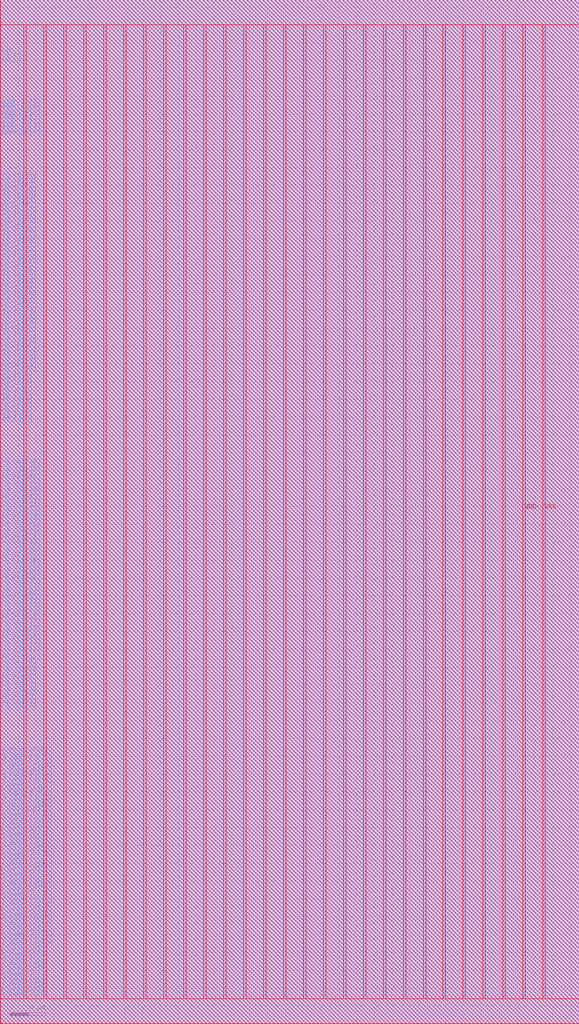
<source format=lef>
VERSION 5.7 ;
BUSBITCHARS "[]" ;
MACRO fakeram45_128x50
  FOREIGN fakeram45_128x50 0 0 ;
  SYMMETRY X Y R90 ;
  SIZE 64.980 BY 114.800 ;
  CLASS BLOCK ;
  PIN w_mask_in[0]
    DIRECTION INPUT ;
    USE SIGNAL ;
    SHAPE ABUTMENT ;
    PORT
      LAYER metal3 ;
      RECT 0.000 2.765 0.070 2.835 ;
    END
  END w_mask_in[0]
  PIN w_mask_in[1]
    DIRECTION INPUT ;
    USE SIGNAL ;
    SHAPE ABUTMENT ;
    PORT
      LAYER metal3 ;
      RECT 0.000 3.325 0.070 3.395 ;
    END
  END w_mask_in[1]
  PIN w_mask_in[2]
    DIRECTION INPUT ;
    USE SIGNAL ;
    SHAPE ABUTMENT ;
    PORT
      LAYER metal3 ;
      RECT 0.000 3.885 0.070 3.955 ;
    END
  END w_mask_in[2]
  PIN w_mask_in[3]
    DIRECTION INPUT ;
    USE SIGNAL ;
    SHAPE ABUTMENT ;
    PORT
      LAYER metal3 ;
      RECT 0.000 4.445 0.070 4.515 ;
    END
  END w_mask_in[3]
  PIN w_mask_in[4]
    DIRECTION INPUT ;
    USE SIGNAL ;
    SHAPE ABUTMENT ;
    PORT
      LAYER metal3 ;
      RECT 0.000 5.005 0.070 5.075 ;
    END
  END w_mask_in[4]
  PIN w_mask_in[5]
    DIRECTION INPUT ;
    USE SIGNAL ;
    SHAPE ABUTMENT ;
    PORT
      LAYER metal3 ;
      RECT 0.000 5.565 0.070 5.635 ;
    END
  END w_mask_in[5]
  PIN w_mask_in[6]
    DIRECTION INPUT ;
    USE SIGNAL ;
    SHAPE ABUTMENT ;
    PORT
      LAYER metal3 ;
      RECT 0.000 6.125 0.070 6.195 ;
    END
  END w_mask_in[6]
  PIN w_mask_in[7]
    DIRECTION INPUT ;
    USE SIGNAL ;
    SHAPE ABUTMENT ;
    PORT
      LAYER metal3 ;
      RECT 0.000 6.685 0.070 6.755 ;
    END
  END w_mask_in[7]
  PIN w_mask_in[8]
    DIRECTION INPUT ;
    USE SIGNAL ;
    SHAPE ABUTMENT ;
    PORT
      LAYER metal3 ;
      RECT 0.000 7.245 0.070 7.315 ;
    END
  END w_mask_in[8]
  PIN w_mask_in[9]
    DIRECTION INPUT ;
    USE SIGNAL ;
    SHAPE ABUTMENT ;
    PORT
      LAYER metal3 ;
      RECT 0.000 7.805 0.070 7.875 ;
    END
  END w_mask_in[9]
  PIN w_mask_in[10]
    DIRECTION INPUT ;
    USE SIGNAL ;
    SHAPE ABUTMENT ;
    PORT
      LAYER metal3 ;
      RECT 0.000 8.365 0.070 8.435 ;
    END
  END w_mask_in[10]
  PIN w_mask_in[11]
    DIRECTION INPUT ;
    USE SIGNAL ;
    SHAPE ABUTMENT ;
    PORT
      LAYER metal3 ;
      RECT 0.000 8.925 0.070 8.995 ;
    END
  END w_mask_in[11]
  PIN w_mask_in[12]
    DIRECTION INPUT ;
    USE SIGNAL ;
    SHAPE ABUTMENT ;
    PORT
      LAYER metal3 ;
      RECT 0.000 9.485 0.070 9.555 ;
    END
  END w_mask_in[12]
  PIN w_mask_in[13]
    DIRECTION INPUT ;
    USE SIGNAL ;
    SHAPE ABUTMENT ;
    PORT
      LAYER metal3 ;
      RECT 0.000 10.045 0.070 10.115 ;
    END
  END w_mask_in[13]
  PIN w_mask_in[14]
    DIRECTION INPUT ;
    USE SIGNAL ;
    SHAPE ABUTMENT ;
    PORT
      LAYER metal3 ;
      RECT 0.000 10.605 0.070 10.675 ;
    END
  END w_mask_in[14]
  PIN w_mask_in[15]
    DIRECTION INPUT ;
    USE SIGNAL ;
    SHAPE ABUTMENT ;
    PORT
      LAYER metal3 ;
      RECT 0.000 11.165 0.070 11.235 ;
    END
  END w_mask_in[15]
  PIN w_mask_in[16]
    DIRECTION INPUT ;
    USE SIGNAL ;
    SHAPE ABUTMENT ;
    PORT
      LAYER metal3 ;
      RECT 0.000 11.725 0.070 11.795 ;
    END
  END w_mask_in[16]
  PIN w_mask_in[17]
    DIRECTION INPUT ;
    USE SIGNAL ;
    SHAPE ABUTMENT ;
    PORT
      LAYER metal3 ;
      RECT 0.000 12.285 0.070 12.355 ;
    END
  END w_mask_in[17]
  PIN w_mask_in[18]
    DIRECTION INPUT ;
    USE SIGNAL ;
    SHAPE ABUTMENT ;
    PORT
      LAYER metal3 ;
      RECT 0.000 12.845 0.070 12.915 ;
    END
  END w_mask_in[18]
  PIN w_mask_in[19]
    DIRECTION INPUT ;
    USE SIGNAL ;
    SHAPE ABUTMENT ;
    PORT
      LAYER metal3 ;
      RECT 0.000 13.405 0.070 13.475 ;
    END
  END w_mask_in[19]
  PIN w_mask_in[20]
    DIRECTION INPUT ;
    USE SIGNAL ;
    SHAPE ABUTMENT ;
    PORT
      LAYER metal3 ;
      RECT 0.000 13.965 0.070 14.035 ;
    END
  END w_mask_in[20]
  PIN w_mask_in[21]
    DIRECTION INPUT ;
    USE SIGNAL ;
    SHAPE ABUTMENT ;
    PORT
      LAYER metal3 ;
      RECT 0.000 14.525 0.070 14.595 ;
    END
  END w_mask_in[21]
  PIN w_mask_in[22]
    DIRECTION INPUT ;
    USE SIGNAL ;
    SHAPE ABUTMENT ;
    PORT
      LAYER metal3 ;
      RECT 0.000 15.085 0.070 15.155 ;
    END
  END w_mask_in[22]
  PIN w_mask_in[23]
    DIRECTION INPUT ;
    USE SIGNAL ;
    SHAPE ABUTMENT ;
    PORT
      LAYER metal3 ;
      RECT 0.000 15.645 0.070 15.715 ;
    END
  END w_mask_in[23]
  PIN w_mask_in[24]
    DIRECTION INPUT ;
    USE SIGNAL ;
    SHAPE ABUTMENT ;
    PORT
      LAYER metal3 ;
      RECT 0.000 16.205 0.070 16.275 ;
    END
  END w_mask_in[24]
  PIN w_mask_in[25]
    DIRECTION INPUT ;
    USE SIGNAL ;
    SHAPE ABUTMENT ;
    PORT
      LAYER metal3 ;
      RECT 0.000 16.765 0.070 16.835 ;
    END
  END w_mask_in[25]
  PIN w_mask_in[26]
    DIRECTION INPUT ;
    USE SIGNAL ;
    SHAPE ABUTMENT ;
    PORT
      LAYER metal3 ;
      RECT 0.000 17.325 0.070 17.395 ;
    END
  END w_mask_in[26]
  PIN w_mask_in[27]
    DIRECTION INPUT ;
    USE SIGNAL ;
    SHAPE ABUTMENT ;
    PORT
      LAYER metal3 ;
      RECT 0.000 17.885 0.070 17.955 ;
    END
  END w_mask_in[27]
  PIN w_mask_in[28]
    DIRECTION INPUT ;
    USE SIGNAL ;
    SHAPE ABUTMENT ;
    PORT
      LAYER metal3 ;
      RECT 0.000 18.445 0.070 18.515 ;
    END
  END w_mask_in[28]
  PIN w_mask_in[29]
    DIRECTION INPUT ;
    USE SIGNAL ;
    SHAPE ABUTMENT ;
    PORT
      LAYER metal3 ;
      RECT 0.000 19.005 0.070 19.075 ;
    END
  END w_mask_in[29]
  PIN w_mask_in[30]
    DIRECTION INPUT ;
    USE SIGNAL ;
    SHAPE ABUTMENT ;
    PORT
      LAYER metal3 ;
      RECT 0.000 19.565 0.070 19.635 ;
    END
  END w_mask_in[30]
  PIN w_mask_in[31]
    DIRECTION INPUT ;
    USE SIGNAL ;
    SHAPE ABUTMENT ;
    PORT
      LAYER metal3 ;
      RECT 0.000 20.125 0.070 20.195 ;
    END
  END w_mask_in[31]
  PIN w_mask_in[32]
    DIRECTION INPUT ;
    USE SIGNAL ;
    SHAPE ABUTMENT ;
    PORT
      LAYER metal3 ;
      RECT 0.000 20.685 0.070 20.755 ;
    END
  END w_mask_in[32]
  PIN w_mask_in[33]
    DIRECTION INPUT ;
    USE SIGNAL ;
    SHAPE ABUTMENT ;
    PORT
      LAYER metal3 ;
      RECT 0.000 21.245 0.070 21.315 ;
    END
  END w_mask_in[33]
  PIN w_mask_in[34]
    DIRECTION INPUT ;
    USE SIGNAL ;
    SHAPE ABUTMENT ;
    PORT
      LAYER metal3 ;
      RECT 0.000 21.805 0.070 21.875 ;
    END
  END w_mask_in[34]
  PIN w_mask_in[35]
    DIRECTION INPUT ;
    USE SIGNAL ;
    SHAPE ABUTMENT ;
    PORT
      LAYER metal3 ;
      RECT 0.000 22.365 0.070 22.435 ;
    END
  END w_mask_in[35]
  PIN w_mask_in[36]
    DIRECTION INPUT ;
    USE SIGNAL ;
    SHAPE ABUTMENT ;
    PORT
      LAYER metal3 ;
      RECT 0.000 22.925 0.070 22.995 ;
    END
  END w_mask_in[36]
  PIN w_mask_in[37]
    DIRECTION INPUT ;
    USE SIGNAL ;
    SHAPE ABUTMENT ;
    PORT
      LAYER metal3 ;
      RECT 0.000 23.485 0.070 23.555 ;
    END
  END w_mask_in[37]
  PIN w_mask_in[38]
    DIRECTION INPUT ;
    USE SIGNAL ;
    SHAPE ABUTMENT ;
    PORT
      LAYER metal3 ;
      RECT 0.000 24.045 0.070 24.115 ;
    END
  END w_mask_in[38]
  PIN w_mask_in[39]
    DIRECTION INPUT ;
    USE SIGNAL ;
    SHAPE ABUTMENT ;
    PORT
      LAYER metal3 ;
      RECT 0.000 24.605 0.070 24.675 ;
    END
  END w_mask_in[39]
  PIN w_mask_in[40]
    DIRECTION INPUT ;
    USE SIGNAL ;
    SHAPE ABUTMENT ;
    PORT
      LAYER metal3 ;
      RECT 0.000 25.165 0.070 25.235 ;
    END
  END w_mask_in[40]
  PIN w_mask_in[41]
    DIRECTION INPUT ;
    USE SIGNAL ;
    SHAPE ABUTMENT ;
    PORT
      LAYER metal3 ;
      RECT 0.000 25.725 0.070 25.795 ;
    END
  END w_mask_in[41]
  PIN w_mask_in[42]
    DIRECTION INPUT ;
    USE SIGNAL ;
    SHAPE ABUTMENT ;
    PORT
      LAYER metal3 ;
      RECT 0.000 26.285 0.070 26.355 ;
    END
  END w_mask_in[42]
  PIN w_mask_in[43]
    DIRECTION INPUT ;
    USE SIGNAL ;
    SHAPE ABUTMENT ;
    PORT
      LAYER metal3 ;
      RECT 0.000 26.845 0.070 26.915 ;
    END
  END w_mask_in[43]
  PIN w_mask_in[44]
    DIRECTION INPUT ;
    USE SIGNAL ;
    SHAPE ABUTMENT ;
    PORT
      LAYER metal3 ;
      RECT 0.000 27.405 0.070 27.475 ;
    END
  END w_mask_in[44]
  PIN w_mask_in[45]
    DIRECTION INPUT ;
    USE SIGNAL ;
    SHAPE ABUTMENT ;
    PORT
      LAYER metal3 ;
      RECT 0.000 27.965 0.070 28.035 ;
    END
  END w_mask_in[45]
  PIN w_mask_in[46]
    DIRECTION INPUT ;
    USE SIGNAL ;
    SHAPE ABUTMENT ;
    PORT
      LAYER metal3 ;
      RECT 0.000 28.525 0.070 28.595 ;
    END
  END w_mask_in[46]
  PIN w_mask_in[47]
    DIRECTION INPUT ;
    USE SIGNAL ;
    SHAPE ABUTMENT ;
    PORT
      LAYER metal3 ;
      RECT 0.000 29.085 0.070 29.155 ;
    END
  END w_mask_in[47]
  PIN w_mask_in[48]
    DIRECTION INPUT ;
    USE SIGNAL ;
    SHAPE ABUTMENT ;
    PORT
      LAYER metal3 ;
      RECT 0.000 29.645 0.070 29.715 ;
    END
  END w_mask_in[48]
  PIN w_mask_in[49]
    DIRECTION INPUT ;
    USE SIGNAL ;
    SHAPE ABUTMENT ;
    PORT
      LAYER metal3 ;
      RECT 0.000 30.205 0.070 30.275 ;
    END
  END w_mask_in[49]
  PIN rd_out[0]
    DIRECTION OUTPUT ;
    USE SIGNAL ;
    SHAPE ABUTMENT ;
    PORT
      LAYER metal3 ;
      RECT 0.000 34.965 0.070 35.035 ;
    END
  END rd_out[0]
  PIN rd_out[1]
    DIRECTION OUTPUT ;
    USE SIGNAL ;
    SHAPE ABUTMENT ;
    PORT
      LAYER metal3 ;
      RECT 0.000 35.525 0.070 35.595 ;
    END
  END rd_out[1]
  PIN rd_out[2]
    DIRECTION OUTPUT ;
    USE SIGNAL ;
    SHAPE ABUTMENT ;
    PORT
      LAYER metal3 ;
      RECT 0.000 36.085 0.070 36.155 ;
    END
  END rd_out[2]
  PIN rd_out[3]
    DIRECTION OUTPUT ;
    USE SIGNAL ;
    SHAPE ABUTMENT ;
    PORT
      LAYER metal3 ;
      RECT 0.000 36.645 0.070 36.715 ;
    END
  END rd_out[3]
  PIN rd_out[4]
    DIRECTION OUTPUT ;
    USE SIGNAL ;
    SHAPE ABUTMENT ;
    PORT
      LAYER metal3 ;
      RECT 0.000 37.205 0.070 37.275 ;
    END
  END rd_out[4]
  PIN rd_out[5]
    DIRECTION OUTPUT ;
    USE SIGNAL ;
    SHAPE ABUTMENT ;
    PORT
      LAYER metal3 ;
      RECT 0.000 37.765 0.070 37.835 ;
    END
  END rd_out[5]
  PIN rd_out[6]
    DIRECTION OUTPUT ;
    USE SIGNAL ;
    SHAPE ABUTMENT ;
    PORT
      LAYER metal3 ;
      RECT 0.000 38.325 0.070 38.395 ;
    END
  END rd_out[6]
  PIN rd_out[7]
    DIRECTION OUTPUT ;
    USE SIGNAL ;
    SHAPE ABUTMENT ;
    PORT
      LAYER metal3 ;
      RECT 0.000 38.885 0.070 38.955 ;
    END
  END rd_out[7]
  PIN rd_out[8]
    DIRECTION OUTPUT ;
    USE SIGNAL ;
    SHAPE ABUTMENT ;
    PORT
      LAYER metal3 ;
      RECT 0.000 39.445 0.070 39.515 ;
    END
  END rd_out[8]
  PIN rd_out[9]
    DIRECTION OUTPUT ;
    USE SIGNAL ;
    SHAPE ABUTMENT ;
    PORT
      LAYER metal3 ;
      RECT 0.000 40.005 0.070 40.075 ;
    END
  END rd_out[9]
  PIN rd_out[10]
    DIRECTION OUTPUT ;
    USE SIGNAL ;
    SHAPE ABUTMENT ;
    PORT
      LAYER metal3 ;
      RECT 0.000 40.565 0.070 40.635 ;
    END
  END rd_out[10]
  PIN rd_out[11]
    DIRECTION OUTPUT ;
    USE SIGNAL ;
    SHAPE ABUTMENT ;
    PORT
      LAYER metal3 ;
      RECT 0.000 41.125 0.070 41.195 ;
    END
  END rd_out[11]
  PIN rd_out[12]
    DIRECTION OUTPUT ;
    USE SIGNAL ;
    SHAPE ABUTMENT ;
    PORT
      LAYER metal3 ;
      RECT 0.000 41.685 0.070 41.755 ;
    END
  END rd_out[12]
  PIN rd_out[13]
    DIRECTION OUTPUT ;
    USE SIGNAL ;
    SHAPE ABUTMENT ;
    PORT
      LAYER metal3 ;
      RECT 0.000 42.245 0.070 42.315 ;
    END
  END rd_out[13]
  PIN rd_out[14]
    DIRECTION OUTPUT ;
    USE SIGNAL ;
    SHAPE ABUTMENT ;
    PORT
      LAYER metal3 ;
      RECT 0.000 42.805 0.070 42.875 ;
    END
  END rd_out[14]
  PIN rd_out[15]
    DIRECTION OUTPUT ;
    USE SIGNAL ;
    SHAPE ABUTMENT ;
    PORT
      LAYER metal3 ;
      RECT 0.000 43.365 0.070 43.435 ;
    END
  END rd_out[15]
  PIN rd_out[16]
    DIRECTION OUTPUT ;
    USE SIGNAL ;
    SHAPE ABUTMENT ;
    PORT
      LAYER metal3 ;
      RECT 0.000 43.925 0.070 43.995 ;
    END
  END rd_out[16]
  PIN rd_out[17]
    DIRECTION OUTPUT ;
    USE SIGNAL ;
    SHAPE ABUTMENT ;
    PORT
      LAYER metal3 ;
      RECT 0.000 44.485 0.070 44.555 ;
    END
  END rd_out[17]
  PIN rd_out[18]
    DIRECTION OUTPUT ;
    USE SIGNAL ;
    SHAPE ABUTMENT ;
    PORT
      LAYER metal3 ;
      RECT 0.000 45.045 0.070 45.115 ;
    END
  END rd_out[18]
  PIN rd_out[19]
    DIRECTION OUTPUT ;
    USE SIGNAL ;
    SHAPE ABUTMENT ;
    PORT
      LAYER metal3 ;
      RECT 0.000 45.605 0.070 45.675 ;
    END
  END rd_out[19]
  PIN rd_out[20]
    DIRECTION OUTPUT ;
    USE SIGNAL ;
    SHAPE ABUTMENT ;
    PORT
      LAYER metal3 ;
      RECT 0.000 46.165 0.070 46.235 ;
    END
  END rd_out[20]
  PIN rd_out[21]
    DIRECTION OUTPUT ;
    USE SIGNAL ;
    SHAPE ABUTMENT ;
    PORT
      LAYER metal3 ;
      RECT 0.000 46.725 0.070 46.795 ;
    END
  END rd_out[21]
  PIN rd_out[22]
    DIRECTION OUTPUT ;
    USE SIGNAL ;
    SHAPE ABUTMENT ;
    PORT
      LAYER metal3 ;
      RECT 0.000 47.285 0.070 47.355 ;
    END
  END rd_out[22]
  PIN rd_out[23]
    DIRECTION OUTPUT ;
    USE SIGNAL ;
    SHAPE ABUTMENT ;
    PORT
      LAYER metal3 ;
      RECT 0.000 47.845 0.070 47.915 ;
    END
  END rd_out[23]
  PIN rd_out[24]
    DIRECTION OUTPUT ;
    USE SIGNAL ;
    SHAPE ABUTMENT ;
    PORT
      LAYER metal3 ;
      RECT 0.000 48.405 0.070 48.475 ;
    END
  END rd_out[24]
  PIN rd_out[25]
    DIRECTION OUTPUT ;
    USE SIGNAL ;
    SHAPE ABUTMENT ;
    PORT
      LAYER metal3 ;
      RECT 0.000 48.965 0.070 49.035 ;
    END
  END rd_out[25]
  PIN rd_out[26]
    DIRECTION OUTPUT ;
    USE SIGNAL ;
    SHAPE ABUTMENT ;
    PORT
      LAYER metal3 ;
      RECT 0.000 49.525 0.070 49.595 ;
    END
  END rd_out[26]
  PIN rd_out[27]
    DIRECTION OUTPUT ;
    USE SIGNAL ;
    SHAPE ABUTMENT ;
    PORT
      LAYER metal3 ;
      RECT 0.000 50.085 0.070 50.155 ;
    END
  END rd_out[27]
  PIN rd_out[28]
    DIRECTION OUTPUT ;
    USE SIGNAL ;
    SHAPE ABUTMENT ;
    PORT
      LAYER metal3 ;
      RECT 0.000 50.645 0.070 50.715 ;
    END
  END rd_out[28]
  PIN rd_out[29]
    DIRECTION OUTPUT ;
    USE SIGNAL ;
    SHAPE ABUTMENT ;
    PORT
      LAYER metal3 ;
      RECT 0.000 51.205 0.070 51.275 ;
    END
  END rd_out[29]
  PIN rd_out[30]
    DIRECTION OUTPUT ;
    USE SIGNAL ;
    SHAPE ABUTMENT ;
    PORT
      LAYER metal3 ;
      RECT 0.000 51.765 0.070 51.835 ;
    END
  END rd_out[30]
  PIN rd_out[31]
    DIRECTION OUTPUT ;
    USE SIGNAL ;
    SHAPE ABUTMENT ;
    PORT
      LAYER metal3 ;
      RECT 0.000 52.325 0.070 52.395 ;
    END
  END rd_out[31]
  PIN rd_out[32]
    DIRECTION OUTPUT ;
    USE SIGNAL ;
    SHAPE ABUTMENT ;
    PORT
      LAYER metal3 ;
      RECT 0.000 52.885 0.070 52.955 ;
    END
  END rd_out[32]
  PIN rd_out[33]
    DIRECTION OUTPUT ;
    USE SIGNAL ;
    SHAPE ABUTMENT ;
    PORT
      LAYER metal3 ;
      RECT 0.000 53.445 0.070 53.515 ;
    END
  END rd_out[33]
  PIN rd_out[34]
    DIRECTION OUTPUT ;
    USE SIGNAL ;
    SHAPE ABUTMENT ;
    PORT
      LAYER metal3 ;
      RECT 0.000 54.005 0.070 54.075 ;
    END
  END rd_out[34]
  PIN rd_out[35]
    DIRECTION OUTPUT ;
    USE SIGNAL ;
    SHAPE ABUTMENT ;
    PORT
      LAYER metal3 ;
      RECT 0.000 54.565 0.070 54.635 ;
    END
  END rd_out[35]
  PIN rd_out[36]
    DIRECTION OUTPUT ;
    USE SIGNAL ;
    SHAPE ABUTMENT ;
    PORT
      LAYER metal3 ;
      RECT 0.000 55.125 0.070 55.195 ;
    END
  END rd_out[36]
  PIN rd_out[37]
    DIRECTION OUTPUT ;
    USE SIGNAL ;
    SHAPE ABUTMENT ;
    PORT
      LAYER metal3 ;
      RECT 0.000 55.685 0.070 55.755 ;
    END
  END rd_out[37]
  PIN rd_out[38]
    DIRECTION OUTPUT ;
    USE SIGNAL ;
    SHAPE ABUTMENT ;
    PORT
      LAYER metal3 ;
      RECT 0.000 56.245 0.070 56.315 ;
    END
  END rd_out[38]
  PIN rd_out[39]
    DIRECTION OUTPUT ;
    USE SIGNAL ;
    SHAPE ABUTMENT ;
    PORT
      LAYER metal3 ;
      RECT 0.000 56.805 0.070 56.875 ;
    END
  END rd_out[39]
  PIN rd_out[40]
    DIRECTION OUTPUT ;
    USE SIGNAL ;
    SHAPE ABUTMENT ;
    PORT
      LAYER metal3 ;
      RECT 0.000 57.365 0.070 57.435 ;
    END
  END rd_out[40]
  PIN rd_out[41]
    DIRECTION OUTPUT ;
    USE SIGNAL ;
    SHAPE ABUTMENT ;
    PORT
      LAYER metal3 ;
      RECT 0.000 57.925 0.070 57.995 ;
    END
  END rd_out[41]
  PIN rd_out[42]
    DIRECTION OUTPUT ;
    USE SIGNAL ;
    SHAPE ABUTMENT ;
    PORT
      LAYER metal3 ;
      RECT 0.000 58.485 0.070 58.555 ;
    END
  END rd_out[42]
  PIN rd_out[43]
    DIRECTION OUTPUT ;
    USE SIGNAL ;
    SHAPE ABUTMENT ;
    PORT
      LAYER metal3 ;
      RECT 0.000 59.045 0.070 59.115 ;
    END
  END rd_out[43]
  PIN rd_out[44]
    DIRECTION OUTPUT ;
    USE SIGNAL ;
    SHAPE ABUTMENT ;
    PORT
      LAYER metal3 ;
      RECT 0.000 59.605 0.070 59.675 ;
    END
  END rd_out[44]
  PIN rd_out[45]
    DIRECTION OUTPUT ;
    USE SIGNAL ;
    SHAPE ABUTMENT ;
    PORT
      LAYER metal3 ;
      RECT 0.000 60.165 0.070 60.235 ;
    END
  END rd_out[45]
  PIN rd_out[46]
    DIRECTION OUTPUT ;
    USE SIGNAL ;
    SHAPE ABUTMENT ;
    PORT
      LAYER metal3 ;
      RECT 0.000 60.725 0.070 60.795 ;
    END
  END rd_out[46]
  PIN rd_out[47]
    DIRECTION OUTPUT ;
    USE SIGNAL ;
    SHAPE ABUTMENT ;
    PORT
      LAYER metal3 ;
      RECT 0.000 61.285 0.070 61.355 ;
    END
  END rd_out[47]
  PIN rd_out[48]
    DIRECTION OUTPUT ;
    USE SIGNAL ;
    SHAPE ABUTMENT ;
    PORT
      LAYER metal3 ;
      RECT 0.000 61.845 0.070 61.915 ;
    END
  END rd_out[48]
  PIN rd_out[49]
    DIRECTION OUTPUT ;
    USE SIGNAL ;
    SHAPE ABUTMENT ;
    PORT
      LAYER metal3 ;
      RECT 0.000 62.405 0.070 62.475 ;
    END
  END rd_out[49]
  PIN wd_in[0]
    DIRECTION INPUT ;
    USE SIGNAL ;
    SHAPE ABUTMENT ;
    PORT
      LAYER metal3 ;
      RECT 0.000 67.165 0.070 67.235 ;
    END
  END wd_in[0]
  PIN wd_in[1]
    DIRECTION INPUT ;
    USE SIGNAL ;
    SHAPE ABUTMENT ;
    PORT
      LAYER metal3 ;
      RECT 0.000 67.725 0.070 67.795 ;
    END
  END wd_in[1]
  PIN wd_in[2]
    DIRECTION INPUT ;
    USE SIGNAL ;
    SHAPE ABUTMENT ;
    PORT
      LAYER metal3 ;
      RECT 0.000 68.285 0.070 68.355 ;
    END
  END wd_in[2]
  PIN wd_in[3]
    DIRECTION INPUT ;
    USE SIGNAL ;
    SHAPE ABUTMENT ;
    PORT
      LAYER metal3 ;
      RECT 0.000 68.845 0.070 68.915 ;
    END
  END wd_in[3]
  PIN wd_in[4]
    DIRECTION INPUT ;
    USE SIGNAL ;
    SHAPE ABUTMENT ;
    PORT
      LAYER metal3 ;
      RECT 0.000 69.405 0.070 69.475 ;
    END
  END wd_in[4]
  PIN wd_in[5]
    DIRECTION INPUT ;
    USE SIGNAL ;
    SHAPE ABUTMENT ;
    PORT
      LAYER metal3 ;
      RECT 0.000 69.965 0.070 70.035 ;
    END
  END wd_in[5]
  PIN wd_in[6]
    DIRECTION INPUT ;
    USE SIGNAL ;
    SHAPE ABUTMENT ;
    PORT
      LAYER metal3 ;
      RECT 0.000 70.525 0.070 70.595 ;
    END
  END wd_in[6]
  PIN wd_in[7]
    DIRECTION INPUT ;
    USE SIGNAL ;
    SHAPE ABUTMENT ;
    PORT
      LAYER metal3 ;
      RECT 0.000 71.085 0.070 71.155 ;
    END
  END wd_in[7]
  PIN wd_in[8]
    DIRECTION INPUT ;
    USE SIGNAL ;
    SHAPE ABUTMENT ;
    PORT
      LAYER metal3 ;
      RECT 0.000 71.645 0.070 71.715 ;
    END
  END wd_in[8]
  PIN wd_in[9]
    DIRECTION INPUT ;
    USE SIGNAL ;
    SHAPE ABUTMENT ;
    PORT
      LAYER metal3 ;
      RECT 0.000 72.205 0.070 72.275 ;
    END
  END wd_in[9]
  PIN wd_in[10]
    DIRECTION INPUT ;
    USE SIGNAL ;
    SHAPE ABUTMENT ;
    PORT
      LAYER metal3 ;
      RECT 0.000 72.765 0.070 72.835 ;
    END
  END wd_in[10]
  PIN wd_in[11]
    DIRECTION INPUT ;
    USE SIGNAL ;
    SHAPE ABUTMENT ;
    PORT
      LAYER metal3 ;
      RECT 0.000 73.325 0.070 73.395 ;
    END
  END wd_in[11]
  PIN wd_in[12]
    DIRECTION INPUT ;
    USE SIGNAL ;
    SHAPE ABUTMENT ;
    PORT
      LAYER metal3 ;
      RECT 0.000 73.885 0.070 73.955 ;
    END
  END wd_in[12]
  PIN wd_in[13]
    DIRECTION INPUT ;
    USE SIGNAL ;
    SHAPE ABUTMENT ;
    PORT
      LAYER metal3 ;
      RECT 0.000 74.445 0.070 74.515 ;
    END
  END wd_in[13]
  PIN wd_in[14]
    DIRECTION INPUT ;
    USE SIGNAL ;
    SHAPE ABUTMENT ;
    PORT
      LAYER metal3 ;
      RECT 0.000 75.005 0.070 75.075 ;
    END
  END wd_in[14]
  PIN wd_in[15]
    DIRECTION INPUT ;
    USE SIGNAL ;
    SHAPE ABUTMENT ;
    PORT
      LAYER metal3 ;
      RECT 0.000 75.565 0.070 75.635 ;
    END
  END wd_in[15]
  PIN wd_in[16]
    DIRECTION INPUT ;
    USE SIGNAL ;
    SHAPE ABUTMENT ;
    PORT
      LAYER metal3 ;
      RECT 0.000 76.125 0.070 76.195 ;
    END
  END wd_in[16]
  PIN wd_in[17]
    DIRECTION INPUT ;
    USE SIGNAL ;
    SHAPE ABUTMENT ;
    PORT
      LAYER metal3 ;
      RECT 0.000 76.685 0.070 76.755 ;
    END
  END wd_in[17]
  PIN wd_in[18]
    DIRECTION INPUT ;
    USE SIGNAL ;
    SHAPE ABUTMENT ;
    PORT
      LAYER metal3 ;
      RECT 0.000 77.245 0.070 77.315 ;
    END
  END wd_in[18]
  PIN wd_in[19]
    DIRECTION INPUT ;
    USE SIGNAL ;
    SHAPE ABUTMENT ;
    PORT
      LAYER metal3 ;
      RECT 0.000 77.805 0.070 77.875 ;
    END
  END wd_in[19]
  PIN wd_in[20]
    DIRECTION INPUT ;
    USE SIGNAL ;
    SHAPE ABUTMENT ;
    PORT
      LAYER metal3 ;
      RECT 0.000 78.365 0.070 78.435 ;
    END
  END wd_in[20]
  PIN wd_in[21]
    DIRECTION INPUT ;
    USE SIGNAL ;
    SHAPE ABUTMENT ;
    PORT
      LAYER metal3 ;
      RECT 0.000 78.925 0.070 78.995 ;
    END
  END wd_in[21]
  PIN wd_in[22]
    DIRECTION INPUT ;
    USE SIGNAL ;
    SHAPE ABUTMENT ;
    PORT
      LAYER metal3 ;
      RECT 0.000 79.485 0.070 79.555 ;
    END
  END wd_in[22]
  PIN wd_in[23]
    DIRECTION INPUT ;
    USE SIGNAL ;
    SHAPE ABUTMENT ;
    PORT
      LAYER metal3 ;
      RECT 0.000 80.045 0.070 80.115 ;
    END
  END wd_in[23]
  PIN wd_in[24]
    DIRECTION INPUT ;
    USE SIGNAL ;
    SHAPE ABUTMENT ;
    PORT
      LAYER metal3 ;
      RECT 0.000 80.605 0.070 80.675 ;
    END
  END wd_in[24]
  PIN wd_in[25]
    DIRECTION INPUT ;
    USE SIGNAL ;
    SHAPE ABUTMENT ;
    PORT
      LAYER metal3 ;
      RECT 0.000 81.165 0.070 81.235 ;
    END
  END wd_in[25]
  PIN wd_in[26]
    DIRECTION INPUT ;
    USE SIGNAL ;
    SHAPE ABUTMENT ;
    PORT
      LAYER metal3 ;
      RECT 0.000 81.725 0.070 81.795 ;
    END
  END wd_in[26]
  PIN wd_in[27]
    DIRECTION INPUT ;
    USE SIGNAL ;
    SHAPE ABUTMENT ;
    PORT
      LAYER metal3 ;
      RECT 0.000 82.285 0.070 82.355 ;
    END
  END wd_in[27]
  PIN wd_in[28]
    DIRECTION INPUT ;
    USE SIGNAL ;
    SHAPE ABUTMENT ;
    PORT
      LAYER metal3 ;
      RECT 0.000 82.845 0.070 82.915 ;
    END
  END wd_in[28]
  PIN wd_in[29]
    DIRECTION INPUT ;
    USE SIGNAL ;
    SHAPE ABUTMENT ;
    PORT
      LAYER metal3 ;
      RECT 0.000 83.405 0.070 83.475 ;
    END
  END wd_in[29]
  PIN wd_in[30]
    DIRECTION INPUT ;
    USE SIGNAL ;
    SHAPE ABUTMENT ;
    PORT
      LAYER metal3 ;
      RECT 0.000 83.965 0.070 84.035 ;
    END
  END wd_in[30]
  PIN wd_in[31]
    DIRECTION INPUT ;
    USE SIGNAL ;
    SHAPE ABUTMENT ;
    PORT
      LAYER metal3 ;
      RECT 0.000 84.525 0.070 84.595 ;
    END
  END wd_in[31]
  PIN wd_in[32]
    DIRECTION INPUT ;
    USE SIGNAL ;
    SHAPE ABUTMENT ;
    PORT
      LAYER metal3 ;
      RECT 0.000 85.085 0.070 85.155 ;
    END
  END wd_in[32]
  PIN wd_in[33]
    DIRECTION INPUT ;
    USE SIGNAL ;
    SHAPE ABUTMENT ;
    PORT
      LAYER metal3 ;
      RECT 0.000 85.645 0.070 85.715 ;
    END
  END wd_in[33]
  PIN wd_in[34]
    DIRECTION INPUT ;
    USE SIGNAL ;
    SHAPE ABUTMENT ;
    PORT
      LAYER metal3 ;
      RECT 0.000 86.205 0.070 86.275 ;
    END
  END wd_in[34]
  PIN wd_in[35]
    DIRECTION INPUT ;
    USE SIGNAL ;
    SHAPE ABUTMENT ;
    PORT
      LAYER metal3 ;
      RECT 0.000 86.765 0.070 86.835 ;
    END
  END wd_in[35]
  PIN wd_in[36]
    DIRECTION INPUT ;
    USE SIGNAL ;
    SHAPE ABUTMENT ;
    PORT
      LAYER metal3 ;
      RECT 0.000 87.325 0.070 87.395 ;
    END
  END wd_in[36]
  PIN wd_in[37]
    DIRECTION INPUT ;
    USE SIGNAL ;
    SHAPE ABUTMENT ;
    PORT
      LAYER metal3 ;
      RECT 0.000 87.885 0.070 87.955 ;
    END
  END wd_in[37]
  PIN wd_in[38]
    DIRECTION INPUT ;
    USE SIGNAL ;
    SHAPE ABUTMENT ;
    PORT
      LAYER metal3 ;
      RECT 0.000 88.445 0.070 88.515 ;
    END
  END wd_in[38]
  PIN wd_in[39]
    DIRECTION INPUT ;
    USE SIGNAL ;
    SHAPE ABUTMENT ;
    PORT
      LAYER metal3 ;
      RECT 0.000 89.005 0.070 89.075 ;
    END
  END wd_in[39]
  PIN wd_in[40]
    DIRECTION INPUT ;
    USE SIGNAL ;
    SHAPE ABUTMENT ;
    PORT
      LAYER metal3 ;
      RECT 0.000 89.565 0.070 89.635 ;
    END
  END wd_in[40]
  PIN wd_in[41]
    DIRECTION INPUT ;
    USE SIGNAL ;
    SHAPE ABUTMENT ;
    PORT
      LAYER metal3 ;
      RECT 0.000 90.125 0.070 90.195 ;
    END
  END wd_in[41]
  PIN wd_in[42]
    DIRECTION INPUT ;
    USE SIGNAL ;
    SHAPE ABUTMENT ;
    PORT
      LAYER metal3 ;
      RECT 0.000 90.685 0.070 90.755 ;
    END
  END wd_in[42]
  PIN wd_in[43]
    DIRECTION INPUT ;
    USE SIGNAL ;
    SHAPE ABUTMENT ;
    PORT
      LAYER metal3 ;
      RECT 0.000 91.245 0.070 91.315 ;
    END
  END wd_in[43]
  PIN wd_in[44]
    DIRECTION INPUT ;
    USE SIGNAL ;
    SHAPE ABUTMENT ;
    PORT
      LAYER metal3 ;
      RECT 0.000 91.805 0.070 91.875 ;
    END
  END wd_in[44]
  PIN wd_in[45]
    DIRECTION INPUT ;
    USE SIGNAL ;
    SHAPE ABUTMENT ;
    PORT
      LAYER metal3 ;
      RECT 0.000 92.365 0.070 92.435 ;
    END
  END wd_in[45]
  PIN wd_in[46]
    DIRECTION INPUT ;
    USE SIGNAL ;
    SHAPE ABUTMENT ;
    PORT
      LAYER metal3 ;
      RECT 0.000 92.925 0.070 92.995 ;
    END
  END wd_in[46]
  PIN wd_in[47]
    DIRECTION INPUT ;
    USE SIGNAL ;
    SHAPE ABUTMENT ;
    PORT
      LAYER metal3 ;
      RECT 0.000 93.485 0.070 93.555 ;
    END
  END wd_in[47]
  PIN wd_in[48]
    DIRECTION INPUT ;
    USE SIGNAL ;
    SHAPE ABUTMENT ;
    PORT
      LAYER metal3 ;
      RECT 0.000 94.045 0.070 94.115 ;
    END
  END wd_in[48]
  PIN wd_in[49]
    DIRECTION INPUT ;
    USE SIGNAL ;
    SHAPE ABUTMENT ;
    PORT
      LAYER metal3 ;
      RECT 0.000 94.605 0.070 94.675 ;
    END
  END wd_in[49]
  PIN addr_in[0]
    DIRECTION INPUT ;
    USE SIGNAL ;
    SHAPE ABUTMENT ;
    PORT
      LAYER metal3 ;
      RECT 0.000 99.365 0.070 99.435 ;
    END
  END addr_in[0]
  PIN addr_in[1]
    DIRECTION INPUT ;
    USE SIGNAL ;
    SHAPE ABUTMENT ;
    PORT
      LAYER metal3 ;
      RECT 0.000 99.925 0.070 99.995 ;
    END
  END addr_in[1]
  PIN addr_in[2]
    DIRECTION INPUT ;
    USE SIGNAL ;
    SHAPE ABUTMENT ;
    PORT
      LAYER metal3 ;
      RECT 0.000 100.485 0.070 100.555 ;
    END
  END addr_in[2]
  PIN addr_in[3]
    DIRECTION INPUT ;
    USE SIGNAL ;
    SHAPE ABUTMENT ;
    PORT
      LAYER metal3 ;
      RECT 0.000 101.045 0.070 101.115 ;
    END
  END addr_in[3]
  PIN addr_in[4]
    DIRECTION INPUT ;
    USE SIGNAL ;
    SHAPE ABUTMENT ;
    PORT
      LAYER metal3 ;
      RECT 0.000 101.605 0.070 101.675 ;
    END
  END addr_in[4]
  PIN addr_in[5]
    DIRECTION INPUT ;
    USE SIGNAL ;
    SHAPE ABUTMENT ;
    PORT
      LAYER metal3 ;
      RECT 0.000 102.165 0.070 102.235 ;
    END
  END addr_in[5]
  PIN addr_in[6]
    DIRECTION INPUT ;
    USE SIGNAL ;
    SHAPE ABUTMENT ;
    PORT
      LAYER metal3 ;
      RECT 0.000 102.725 0.070 102.795 ;
    END
  END addr_in[6]
  PIN we_in
    DIRECTION INPUT ;
    USE SIGNAL ;
    SHAPE ABUTMENT ;
    PORT
      LAYER metal3 ;
      RECT 0.000 107.485 0.070 107.555 ;
    END
  END we_in
  PIN ce_in
    DIRECTION INPUT ;
    USE SIGNAL ;
    SHAPE ABUTMENT ;
    PORT
      LAYER metal3 ;
      RECT 0.000 108.045 0.070 108.115 ;
    END
  END ce_in
  PIN clk
    DIRECTION INPUT ;
    USE SIGNAL ;
    SHAPE ABUTMENT ;
    PORT
      LAYER metal3 ;
      RECT 0.000 108.605 0.070 108.675 ;
    END
  END clk
  PIN VSS
    DIRECTION INOUT ;
    USE GROUND ;
    PORT
      LAYER metal4 ;
      RECT 2.660 2.800 2.940 112.000 ;
      RECT 7.140 2.800 7.420 112.000 ;
      RECT 11.620 2.800 11.900 112.000 ;
      RECT 16.100 2.800 16.380 112.000 ;
      RECT 20.580 2.800 20.860 112.000 ;
      RECT 25.060 2.800 25.340 112.000 ;
      RECT 29.540 2.800 29.820 112.000 ;
      RECT 34.020 2.800 34.300 112.000 ;
      RECT 38.500 2.800 38.780 112.000 ;
      RECT 42.980 2.800 43.260 112.000 ;
      RECT 47.460 2.800 47.740 112.000 ;
      RECT 51.940 2.800 52.220 112.000 ;
      RECT 56.420 2.800 56.700 112.000 ;
      RECT 60.900 2.800 61.180 112.000 ;
    END
  END VSS
  PIN VDD
    DIRECTION INOUT ;
    USE POWER ;
    PORT
      LAYER metal4 ;
      RECT 4.900 2.800 5.180 112.000 ;
      RECT 9.380 2.800 9.660 112.000 ;
      RECT 13.860 2.800 14.140 112.000 ;
      RECT 18.340 2.800 18.620 112.000 ;
      RECT 22.820 2.800 23.100 112.000 ;
      RECT 27.300 2.800 27.580 112.000 ;
      RECT 31.780 2.800 32.060 112.000 ;
      RECT 36.260 2.800 36.540 112.000 ;
      RECT 40.740 2.800 41.020 112.000 ;
      RECT 45.220 2.800 45.500 112.000 ;
      RECT 49.700 2.800 49.980 112.000 ;
      RECT 54.180 2.800 54.460 112.000 ;
      RECT 58.660 2.800 58.940 112.000 ;
    END
  END VDD
  OBS
    LAYER metal1 ;
    RECT 0 0 64.980 114.800 ;
    LAYER metal2 ;
    RECT 0 0 64.980 114.800 ;
    LAYER metal3 ;
    RECT 0.070 0 64.980 114.800 ;
    RECT 0 0.000 0.070 2.765 ;
    RECT 0 2.835 0.070 3.325 ;
    RECT 0 3.395 0.070 3.885 ;
    RECT 0 3.955 0.070 4.445 ;
    RECT 0 4.515 0.070 5.005 ;
    RECT 0 5.075 0.070 5.565 ;
    RECT 0 5.635 0.070 6.125 ;
    RECT 0 6.195 0.070 6.685 ;
    RECT 0 6.755 0.070 7.245 ;
    RECT 0 7.315 0.070 7.805 ;
    RECT 0 7.875 0.070 8.365 ;
    RECT 0 8.435 0.070 8.925 ;
    RECT 0 8.995 0.070 9.485 ;
    RECT 0 9.555 0.070 10.045 ;
    RECT 0 10.115 0.070 10.605 ;
    RECT 0 10.675 0.070 11.165 ;
    RECT 0 11.235 0.070 11.725 ;
    RECT 0 11.795 0.070 12.285 ;
    RECT 0 12.355 0.070 12.845 ;
    RECT 0 12.915 0.070 13.405 ;
    RECT 0 13.475 0.070 13.965 ;
    RECT 0 14.035 0.070 14.525 ;
    RECT 0 14.595 0.070 15.085 ;
    RECT 0 15.155 0.070 15.645 ;
    RECT 0 15.715 0.070 16.205 ;
    RECT 0 16.275 0.070 16.765 ;
    RECT 0 16.835 0.070 17.325 ;
    RECT 0 17.395 0.070 17.885 ;
    RECT 0 17.955 0.070 18.445 ;
    RECT 0 18.515 0.070 19.005 ;
    RECT 0 19.075 0.070 19.565 ;
    RECT 0 19.635 0.070 20.125 ;
    RECT 0 20.195 0.070 20.685 ;
    RECT 0 20.755 0.070 21.245 ;
    RECT 0 21.315 0.070 21.805 ;
    RECT 0 21.875 0.070 22.365 ;
    RECT 0 22.435 0.070 22.925 ;
    RECT 0 22.995 0.070 23.485 ;
    RECT 0 23.555 0.070 24.045 ;
    RECT 0 24.115 0.070 24.605 ;
    RECT 0 24.675 0.070 25.165 ;
    RECT 0 25.235 0.070 25.725 ;
    RECT 0 25.795 0.070 26.285 ;
    RECT 0 26.355 0.070 26.845 ;
    RECT 0 26.915 0.070 27.405 ;
    RECT 0 27.475 0.070 27.965 ;
    RECT 0 28.035 0.070 28.525 ;
    RECT 0 28.595 0.070 29.085 ;
    RECT 0 29.155 0.070 29.645 ;
    RECT 0 29.715 0.070 30.205 ;
    RECT 0 30.275 0.070 34.965 ;
    RECT 0 35.035 0.070 35.525 ;
    RECT 0 35.595 0.070 36.085 ;
    RECT 0 36.155 0.070 36.645 ;
    RECT 0 36.715 0.070 37.205 ;
    RECT 0 37.275 0.070 37.765 ;
    RECT 0 37.835 0.070 38.325 ;
    RECT 0 38.395 0.070 38.885 ;
    RECT 0 38.955 0.070 39.445 ;
    RECT 0 39.515 0.070 40.005 ;
    RECT 0 40.075 0.070 40.565 ;
    RECT 0 40.635 0.070 41.125 ;
    RECT 0 41.195 0.070 41.685 ;
    RECT 0 41.755 0.070 42.245 ;
    RECT 0 42.315 0.070 42.805 ;
    RECT 0 42.875 0.070 43.365 ;
    RECT 0 43.435 0.070 43.925 ;
    RECT 0 43.995 0.070 44.485 ;
    RECT 0 44.555 0.070 45.045 ;
    RECT 0 45.115 0.070 45.605 ;
    RECT 0 45.675 0.070 46.165 ;
    RECT 0 46.235 0.070 46.725 ;
    RECT 0 46.795 0.070 47.285 ;
    RECT 0 47.355 0.070 47.845 ;
    RECT 0 47.915 0.070 48.405 ;
    RECT 0 48.475 0.070 48.965 ;
    RECT 0 49.035 0.070 49.525 ;
    RECT 0 49.595 0.070 50.085 ;
    RECT 0 50.155 0.070 50.645 ;
    RECT 0 50.715 0.070 51.205 ;
    RECT 0 51.275 0.070 51.765 ;
    RECT 0 51.835 0.070 52.325 ;
    RECT 0 52.395 0.070 52.885 ;
    RECT 0 52.955 0.070 53.445 ;
    RECT 0 53.515 0.070 54.005 ;
    RECT 0 54.075 0.070 54.565 ;
    RECT 0 54.635 0.070 55.125 ;
    RECT 0 55.195 0.070 55.685 ;
    RECT 0 55.755 0.070 56.245 ;
    RECT 0 56.315 0.070 56.805 ;
    RECT 0 56.875 0.070 57.365 ;
    RECT 0 57.435 0.070 57.925 ;
    RECT 0 57.995 0.070 58.485 ;
    RECT 0 58.555 0.070 59.045 ;
    RECT 0 59.115 0.070 59.605 ;
    RECT 0 59.675 0.070 60.165 ;
    RECT 0 60.235 0.070 60.725 ;
    RECT 0 60.795 0.070 61.285 ;
    RECT 0 61.355 0.070 61.845 ;
    RECT 0 61.915 0.070 62.405 ;
    RECT 0 62.475 0.070 67.165 ;
    RECT 0 67.235 0.070 67.725 ;
    RECT 0 67.795 0.070 68.285 ;
    RECT 0 68.355 0.070 68.845 ;
    RECT 0 68.915 0.070 69.405 ;
    RECT 0 69.475 0.070 69.965 ;
    RECT 0 70.035 0.070 70.525 ;
    RECT 0 70.595 0.070 71.085 ;
    RECT 0 71.155 0.070 71.645 ;
    RECT 0 71.715 0.070 72.205 ;
    RECT 0 72.275 0.070 72.765 ;
    RECT 0 72.835 0.070 73.325 ;
    RECT 0 73.395 0.070 73.885 ;
    RECT 0 73.955 0.070 74.445 ;
    RECT 0 74.515 0.070 75.005 ;
    RECT 0 75.075 0.070 75.565 ;
    RECT 0 75.635 0.070 76.125 ;
    RECT 0 76.195 0.070 76.685 ;
    RECT 0 76.755 0.070 77.245 ;
    RECT 0 77.315 0.070 77.805 ;
    RECT 0 77.875 0.070 78.365 ;
    RECT 0 78.435 0.070 78.925 ;
    RECT 0 78.995 0.070 79.485 ;
    RECT 0 79.555 0.070 80.045 ;
    RECT 0 80.115 0.070 80.605 ;
    RECT 0 80.675 0.070 81.165 ;
    RECT 0 81.235 0.070 81.725 ;
    RECT 0 81.795 0.070 82.285 ;
    RECT 0 82.355 0.070 82.845 ;
    RECT 0 82.915 0.070 83.405 ;
    RECT 0 83.475 0.070 83.965 ;
    RECT 0 84.035 0.070 84.525 ;
    RECT 0 84.595 0.070 85.085 ;
    RECT 0 85.155 0.070 85.645 ;
    RECT 0 85.715 0.070 86.205 ;
    RECT 0 86.275 0.070 86.765 ;
    RECT 0 86.835 0.070 87.325 ;
    RECT 0 87.395 0.070 87.885 ;
    RECT 0 87.955 0.070 88.445 ;
    RECT 0 88.515 0.070 89.005 ;
    RECT 0 89.075 0.070 89.565 ;
    RECT 0 89.635 0.070 90.125 ;
    RECT 0 90.195 0.070 90.685 ;
    RECT 0 90.755 0.070 91.245 ;
    RECT 0 91.315 0.070 91.805 ;
    RECT 0 91.875 0.070 92.365 ;
    RECT 0 92.435 0.070 92.925 ;
    RECT 0 92.995 0.070 93.485 ;
    RECT 0 93.555 0.070 94.045 ;
    RECT 0 94.115 0.070 94.605 ;
    RECT 0 94.675 0.070 99.365 ;
    RECT 0 99.435 0.070 99.925 ;
    RECT 0 99.995 0.070 100.485 ;
    RECT 0 100.555 0.070 101.045 ;
    RECT 0 101.115 0.070 101.605 ;
    RECT 0 101.675 0.070 102.165 ;
    RECT 0 102.235 0.070 102.725 ;
    RECT 0 102.795 0.070 107.485 ;
    RECT 0 107.555 0.070 108.045 ;
    RECT 0 108.115 0.070 108.605 ;
    RECT 0 108.675 0.070 114.800 ;
    LAYER metal4 ;
    RECT 0 0 64.980 2.800 ;
    RECT 0 112.000 64.980 114.800 ;
    RECT 0.000 2.800 2.660 112.000 ;
    RECT 2.940 2.800 4.900 112.000 ;
    RECT 5.180 2.800 7.140 112.000 ;
    RECT 7.420 2.800 9.380 112.000 ;
    RECT 9.660 2.800 11.620 112.000 ;
    RECT 11.900 2.800 13.860 112.000 ;
    RECT 14.140 2.800 16.100 112.000 ;
    RECT 16.380 2.800 18.340 112.000 ;
    RECT 18.620 2.800 20.580 112.000 ;
    RECT 20.860 2.800 22.820 112.000 ;
    RECT 23.100 2.800 25.060 112.000 ;
    RECT 25.340 2.800 27.300 112.000 ;
    RECT 27.580 2.800 29.540 112.000 ;
    RECT 29.820 2.800 31.780 112.000 ;
    RECT 32.060 2.800 34.020 112.000 ;
    RECT 34.300 2.800 36.260 112.000 ;
    RECT 36.540 2.800 38.500 112.000 ;
    RECT 38.780 2.800 40.740 112.000 ;
    RECT 41.020 2.800 42.980 112.000 ;
    RECT 43.260 2.800 45.220 112.000 ;
    RECT 45.500 2.800 47.460 112.000 ;
    RECT 47.740 2.800 49.700 112.000 ;
    RECT 49.980 2.800 51.940 112.000 ;
    RECT 52.220 2.800 54.180 112.000 ;
    RECT 54.460 2.800 56.420 112.000 ;
    RECT 56.700 2.800 58.660 112.000 ;
    RECT 58.940 2.800 60.900 112.000 ;
    RECT 61.180 2.800 64.980 112.000 ;
    LAYER OVERLAP ;
    RECT 0 0 64.980 114.800 ;
  END
END fakeram45_128x50

END LIBRARY

</source>
